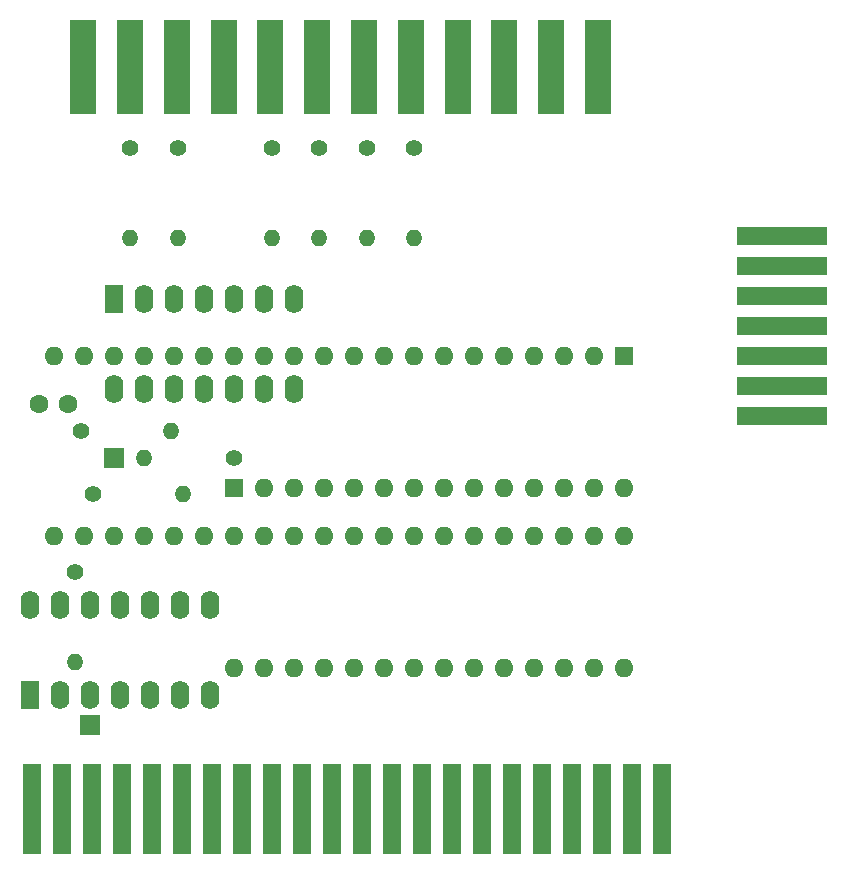
<source format=gbr>
%TF.GenerationSoftware,KiCad,Pcbnew,9.0.0*%
%TF.CreationDate,2025-04-04T09:07:06-04:00*%
%TF.ProjectId,RTC-Link2,5254432d-4c69-46e6-9b32-2e6b69636164,1.1*%
%TF.SameCoordinates,Original*%
%TF.FileFunction,Soldermask,Bot*%
%TF.FilePolarity,Negative*%
%FSLAX46Y46*%
G04 Gerber Fmt 4.6, Leading zero omitted, Abs format (unit mm)*
G04 Created by KiCad (PCBNEW 9.0.0) date 2025-04-04 09:07:06*
%MOMM*%
%LPD*%
G01*
G04 APERTURE LIST*
%ADD10R,1.600000X2.400000*%
%ADD11O,1.600000X2.400000*%
%ADD12C,1.400000*%
%ADD13O,1.400000X1.400000*%
%ADD14R,1.600000X1.600000*%
%ADD15O,1.600000X1.600000*%
%ADD16R,7.620000X1.524000*%
%ADD17R,1.524000X7.620000*%
%ADD18R,2.286000X8.000000*%
%ADD19C,1.600000*%
%ADD20R,1.700000X1.700000*%
G04 APERTURE END LIST*
D10*
%TO.C,U2*%
X125476000Y-103378000D03*
D11*
X128016000Y-103378000D03*
X130556000Y-103378000D03*
X133096000Y-103378000D03*
X135636000Y-103378000D03*
X138176000Y-103378000D03*
X140716000Y-103378000D03*
X140716000Y-95758000D03*
X138176000Y-95758000D03*
X135636000Y-95758000D03*
X133096000Y-95758000D03*
X130556000Y-95758000D03*
X128016000Y-95758000D03*
X125476000Y-95758000D03*
%TD*%
D12*
%TO.C,R2*%
X138000000Y-57000000D03*
D13*
X138000000Y-64620000D03*
%TD*%
D14*
%TO.C,U1*%
X175768000Y-74676000D03*
D15*
X173228000Y-74676000D03*
X170688000Y-74676000D03*
X168148000Y-74676000D03*
X165608000Y-74676000D03*
X163068000Y-74676000D03*
X160528000Y-74676000D03*
X157988000Y-74676000D03*
X155448000Y-74676000D03*
X152908000Y-74676000D03*
X150368000Y-74676000D03*
X147828000Y-74676000D03*
X145288000Y-74676000D03*
X142748000Y-74676000D03*
X140208000Y-74676000D03*
X137668000Y-74676000D03*
X135128000Y-74676000D03*
X132588000Y-74676000D03*
X130048000Y-74676000D03*
X127508000Y-74676000D03*
X127508000Y-89916000D03*
X130048000Y-89916000D03*
X132588000Y-89916000D03*
X135128000Y-89916000D03*
X137668000Y-89916000D03*
X140208000Y-89916000D03*
X142748000Y-89916000D03*
X145288000Y-89916000D03*
X147828000Y-89916000D03*
X150368000Y-89916000D03*
X152908000Y-89916000D03*
X155448000Y-89916000D03*
X157988000Y-89916000D03*
X160528000Y-89916000D03*
X163068000Y-89916000D03*
X165608000Y-89916000D03*
X168148000Y-89916000D03*
X170688000Y-89916000D03*
X173228000Y-89916000D03*
X175768000Y-89916000D03*
%TD*%
D16*
%TO.C,J1*%
X189200000Y-79750000D03*
X189200000Y-77210000D03*
X189200000Y-74670000D03*
X189200000Y-72130000D03*
X189200000Y-69590000D03*
X189200000Y-67050000D03*
X189200000Y-64510000D03*
X189200000Y-79750000D03*
X189200000Y-77210000D03*
X189200000Y-74670000D03*
X189200000Y-72130000D03*
X189200000Y-69590000D03*
X189200000Y-67050000D03*
X189200000Y-64510000D03*
%TD*%
D17*
%TO.C,P1*%
X125660000Y-113000000D03*
X128200000Y-113000000D03*
X130740000Y-113000000D03*
X133280000Y-113000000D03*
X135820000Y-113000000D03*
X138360000Y-113000000D03*
X140900000Y-113000000D03*
X143440000Y-113000000D03*
X145980000Y-113000000D03*
X148520000Y-113000000D03*
X151060000Y-113000000D03*
X153600000Y-113000000D03*
X156140000Y-113000000D03*
X158680000Y-113000000D03*
X161220000Y-113000000D03*
X163760000Y-113000000D03*
X166300000Y-113000000D03*
X168840000Y-113000000D03*
X171380000Y-113000000D03*
X173920000Y-113000000D03*
X176460000Y-113000000D03*
X179000000Y-113000000D03*
X125660000Y-113000000D03*
X128200000Y-113000000D03*
X130740000Y-113000000D03*
X133280000Y-113000000D03*
X135820000Y-113000000D03*
X138360000Y-113000000D03*
X140900000Y-113000000D03*
X143440000Y-113000000D03*
X145980000Y-113000000D03*
X148520000Y-113000000D03*
X151060000Y-113000000D03*
X153600000Y-113000000D03*
X156140000Y-113000000D03*
X158680000Y-113000000D03*
X161220000Y-113000000D03*
X163760000Y-113000000D03*
X166300000Y-113000000D03*
X168840000Y-113000000D03*
X171380000Y-113000000D03*
X173920000Y-113000000D03*
X176460000Y-113000000D03*
X179000000Y-113000000D03*
%TD*%
D12*
%TO.C,R6*%
X158000000Y-57000000D03*
D13*
X158000000Y-64620000D03*
%TD*%
D12*
%TO.C,R3*%
X146000000Y-57000000D03*
D13*
X146000000Y-64620000D03*
%TD*%
D12*
%TO.C,R4*%
X150000000Y-57000000D03*
D13*
X150000000Y-64620000D03*
%TD*%
D18*
%TO.C,CN1*%
X173585000Y-50200000D03*
X169625000Y-50200000D03*
X165665000Y-50200000D03*
X161705000Y-50200000D03*
X157745000Y-50200000D03*
X153785000Y-50200000D03*
X149825000Y-50200000D03*
X145865000Y-50200000D03*
X141905000Y-50200000D03*
X137945000Y-50200000D03*
X133985000Y-50200000D03*
X130025000Y-50200000D03*
%TD*%
D12*
%TO.C,R5*%
X154000000Y-57000000D03*
D13*
X154000000Y-64620000D03*
%TD*%
D12*
%TO.C,R1*%
X134000000Y-57000000D03*
D13*
X134000000Y-64620000D03*
%TD*%
D12*
%TO.C,R10*%
X129286000Y-92964000D03*
D13*
X129286000Y-100584000D03*
%TD*%
D14*
%TO.C,U4*%
X142748000Y-85852000D03*
D15*
X145288000Y-85852000D03*
X147828000Y-85852000D03*
X150368000Y-85852000D03*
X152908000Y-85852000D03*
X155448000Y-85852000D03*
X157988000Y-85852000D03*
X160528000Y-85852000D03*
X163068000Y-85852000D03*
X165608000Y-85852000D03*
X168148000Y-85852000D03*
X170688000Y-85852000D03*
X173228000Y-85852000D03*
X175768000Y-85852000D03*
X175768000Y-101092000D03*
X173228000Y-101092000D03*
X170688000Y-101092000D03*
X168148000Y-101092000D03*
X165608000Y-101092000D03*
X163068000Y-101092000D03*
X160528000Y-101092000D03*
X157988000Y-101092000D03*
X155448000Y-101092000D03*
X152908000Y-101092000D03*
X150368000Y-101092000D03*
X147828000Y-101092000D03*
X145288000Y-101092000D03*
X142748000Y-101092000D03*
%TD*%
D19*
%TO.C,C1*%
X128738000Y-78740000D03*
X126238000Y-78740000D03*
%TD*%
D20*
%TO.C,J3*%
X132588000Y-83312000D03*
%TD*%
D12*
%TO.C,R7*%
X129794000Y-81026000D03*
D13*
X137414000Y-81026000D03*
%TD*%
D20*
%TO.C,J2*%
X130556000Y-105918000D03*
%TD*%
D12*
%TO.C,R9*%
X130810000Y-86360000D03*
D13*
X138430000Y-86360000D03*
%TD*%
D12*
%TO.C,R8*%
X142748000Y-83312000D03*
D13*
X135128000Y-83312000D03*
%TD*%
D10*
%TO.C,U3*%
X132588000Y-69850000D03*
D11*
X135128000Y-69850000D03*
X137668000Y-69850000D03*
X140208000Y-69850000D03*
X142748000Y-69850000D03*
X145288000Y-69850000D03*
X147828000Y-69850000D03*
X147828000Y-77470000D03*
X145288000Y-77470000D03*
X142748000Y-77470000D03*
X140208000Y-77470000D03*
X137668000Y-77470000D03*
X135128000Y-77470000D03*
X132588000Y-77470000D03*
%TD*%
M02*

</source>
